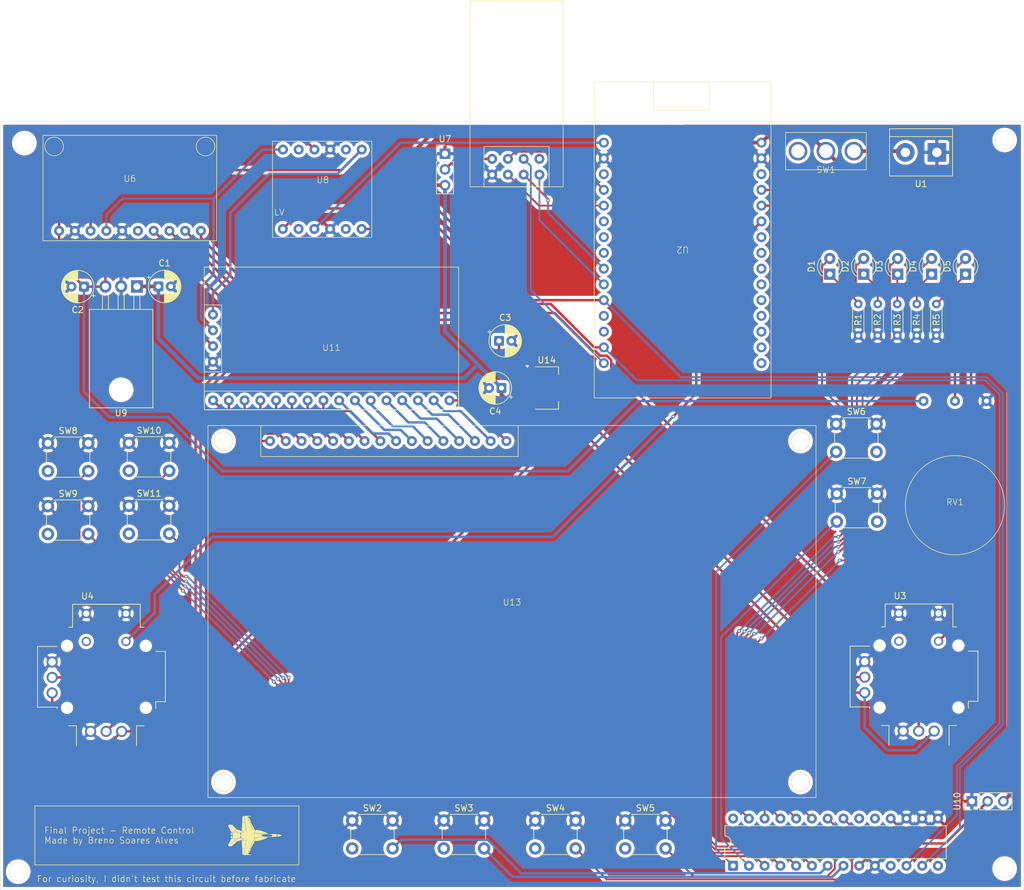
<source format=kicad_pcb>
(kicad_pcb (version 20241229) (generator "pcbnew") (generator_version "9.0")
  (layers (0 "F.Cu" signal) (2 "B.Cu" signal) (13 "F.Paste" user) (15 "B.Paste" user) (5 "F.SilkS" user "F.Silkscreen") (7 "B.SilkS" user "B.Silkscreen") (1 "F.Mask" user) (3 "B.Mask" user) (25 "Edge.Cuts" user))
  (net 0 "")
  (net 1 "GND")
  (net 2 "Net-(U11-VCC)")
  (net 3 "Net-(D1-A)")
  (net 4 "Net-(D1-K)")
  (net 5 "Net-(D2-K)")
  (net 6 "Net-(D2-A)")
  (net 7 "Net-(D3-K)")
  (net 8 "Net-(D3-A)")
  (net 9 "Net-(D4-K)")
  (net 10 "Net-(D4-A)")
  (net 11 "Net-(D5-A)")
  (net 12 "Net-(D5-K)")
  (net 13 "Net-(U2-GPIO12)")
  (net 14 "Net-(U1-VCC)")
  (net 15 "Net-(U12-GPB6)")
  (net 16 "Net-(U12-GPB7)")
  (net 17 "Net-(U12-GPA0)")
  (net 18 "Net-(U12-GPA1)")
  (net 19 "Net-(U12-GPB0)")
  (net 20 "Net-(U12-GPB1)")
  (net 21 "Net-(U12-GPB2)")
  (net 22 "Net-(U12-GPB3)")
  (net 23 "Net-(U12-GPB4)")
  (net 24 "Net-(U12-GPB5)")
  (net 26 "Net-(U2-3.3v)")
  (net 30 "Net-(U2-GPIO19)")
  (net 31 "Net-(U2-GPIO2)")
  (net 32 "Net-(U2-GPIO27)")
  (net 39 "Net-(U12-SCK)")
  (net 44 "Net-(U2-GPIO14)")
  (net 47 "Net-(U2-GPIO18)")
  (net 48 "Net-(U12-SDA)")
  (net 49 "Net-(U2-GPIO23)")
  (net 50 "Net-(U2-GPIO4)")
  (net 52 "Net-(U5-VCC)")
  (net 53 "Net-(U11-SCL)")
  (net 54 "Net-(U11-SDA)")
  (net 55 "Net-(U3-VX)")
  (net 56 "Net-(U4-VX)")
  (net 58 "Net-(U4-VY)")
  (net 59 "Net-(U3-VY)")
  (net 64 "Net-(U10-VO)")
  (net 65 "Net-(U11-D3)")
  (net 66 "Net-(U11-D0)")
  (net 67 "Net-(U11-D6)")
  (net 68 "Net-(U11-RW)")
  (net 69 "Net-(U11-A)")
  (net 70 "Net-(U11-RS)")
  (net 71 "Net-(U11-VDD)")
  (net 72 "Net-(U11-K)")
  (net 73 "Net-(U11-D2)")
  (net 74 "Net-(U11-V0)")
  (net 75 "Net-(U11-VSS)")
  (net 76 "Net-(U11-D4)")
  (net 77 "Net-(U11-E)")
  (net 78 "Net-(U11-D5)")
  (net 79 "Net-(U11-D1)")
  (net 80 "Net-(U11-D7)")
  (net 86 "Net-(U14-VO)")
  (footprint "Button_Switch_THT:SW_PUSH_6mm_H4.3mm" (layer "F.Cu") (at 130.1 150.25)
    (property "Reference" "SW3")
    (property "Value" "SW_Push_Dual")
  )
  (footprint "Button_Switch_THT:SW_PUSH_6mm_H4.3mm" (layer "F.Cu") (at 79.35 99.5)
    (property "Reference" "SW11")
    (property "Value" "SW_Push_Dual")
  )
  (footprint "Connector_PinHeader_2.54mm:PinHeader_1x03_P2.54mm_Vertical" (layer "F.Cu") (at 215.22 147.15 90)
    (property "Reference" "U10")
    (property "Value" "AMS1117-3.3")
  )
  (footprint "Package_TO_SOT_THT:TO-220-3_Horizontal_TabDown" (layer "F.Cu") (at 80.64 64.12 180)
    (property "Reference" "U9")
    (property "Value" "L7805")
  )
  (footprint "TerminalBlock:TerminalBlock_bornier-2_P5.08mm" (layer "F.Cu") (at 209.58 42.5 180)
    (property "Reference" "U1")
    (property "Value" "Battery")
  )
  (footprint "Button_Switch_THT:SW_PUSH_6mm_H4.3mm" (layer "F.Cu") (at 66.3 89.4)
    (property "Reference" "SW8")
    (property "Value" "SW_Push_Dual")
  )
  (footprint "airplane_foots:Potentiometer_PCB_Connector_3x5.08" (layer "F.Cu") (at 212.5 99.4)
    (property "Reference" "RV1")
    (property "Value" "10K")
  )
  (footprint "LED_THT:LED_D3.0mm" (layer "F.Cu") (at 192.32 62.15 90)
    (property "Reference" "D1")
    (property "Value" "LED")
  )
  (footprint "Resistor_THT:R_Axial_DIN0204_L3.6mm_D1.6mm_P5.08mm_Horizontal" (layer "F.Cu") (at 200.05 72.03 90)
    (property "Reference" "R2")
    (property "Value" "330")
  )
  (footprint "Button_Switch_THT:SW_PUSH_6mm_H4.3mm" (layer "F.Cu") (at 144.85 150.25)
    (property "Reference" "SW4")
    (property "Value" "SW_Push_Dual")
  )
  (footprint "Capacitor_THT:CP_Radial_D5.0mm_P2.00mm" (layer "F.Cu") (at 72.1 64.15 180)
    (property "Reference" "C2")
    (property "Value" "100uF")
  )
  (footprint "Button_Switch_THT:SW_PUSH_6mm_H4.3mm" (layer "F.Cu") (at 159.35 150.25)
    (property "Reference" "SW5")
    (property "Value" "SW_Push_Dual")
  )
  (footprint "airplane_foots:LCD_Display_20x4" (layer "F.Cu") (at 141.1 116.55)
    (property "Reference" "U13")
    (property "Value" "LCD_20x4")
  )
  (footprint "Capacitor_THT:CP_Radial_D5.0mm_P2.00mm" (layer "F.Cu") (at 139.4 80.5 180)
    (property "Reference" "C4")
    (property "Value" "10uF")
  )
  (footprint "Connector_PinHeader_2.54mm:PinHeader_1x03_P2.54mm_Vertical" (layer "F.Cu") (at 130.3 42.71)
    (property "Reference" "U7")
    (property "Value" "AMS1117-3.3")
  )
  (footprint "Button_Switch_THT:SW_PUSH_6mm_H4.3mm" (layer "F.Cu") (at 193.45 97.55)
    (property "Reference" "SW7")
    (property "Value" "SW_Push_Dual")
  )
  (footprint "Resistor_THT:R_Axial_DIN0204_L3.6mm_D1.6mm_P5.08mm_Horizontal" (layer "F.Cu") (at 206.35 72.03 90)
    (property "Reference" "R4")
    (property "Value" "330")
  )
  (footprint "Package_DIP:DIP-28_W7.62mm" (layer "F.Cu") (at 176.74 157.55 90)
    (property "Reference" "U12" (hide yes))
    (property "Value" "MCP23017_SP")
  )
  (footprint "LED_THT:LED_D3.0mm" (layer "F.Cu") (at 214.2 62.15 90)
    (property "Reference" "D5")
    (property "Value" "LED")
  )
  (footprint "Resistor_THT:R_Axial_DIN0204_L3.6mm_D1.6mm_P5.08mm_Horizontal" (layer "F.Cu") (at 203.2 72.03 90)
    (property "Reference" "R3")
    (property "Value" "330")
  )
  (footprint "airplane_foots:Joystick_Hall_Ginfull" (layer "F.Cu") (at 206.65 126.931281)
    (property "Reference" "U3")
    (property "Value" "Joystick_Hall")
  )
  (footprint "Button_Switch_THT:SW_PUSH_6mm_H4.3mm" (layer "F.Cu") (at 66.3 99.55)
    (property "Reference" "SW9")
    (property "Value" "SW_Push_Dual")
  )
  (footprint "Capacitor_THT:CP_Radial_D5.0mm_P2.00mm" (layer "F.Cu") (at 139 72.9)
    (property "Reference" "C3")
    (property "Value" "10uF")
  )
  (footprint "airplane_foots:Toggle_Switch" (layer "F.Cu") (at 191.7 42.3 90)
    (property "Reference" "SW1")
    (property "Value" "SW_Push")
  )
  (footprint "Capacitor_THT:CP_Radial_D5.0mm_P2.00mm" (layer "F.Cu") (at 84.1 64.12)
    (property "Reference" "C1")
    (property "Value" "100uF" (hide yes))
  )
  (footprint "airplane_foots:ADS1115" (layer "F.Cu") (at 79.5 48.25)
    (property "Reference" "U6")
    (property "Value" "ADS1115IDGS")
  )
  (footprint "LED_THT:LED_D3.0mm" (layer "F.Cu") (at 197.79 62.15 90)
    (property "Reference" "D2")
    (property "Value" "LED")
  )
  (footprint "Resistor_THT:R_Axial_DIN0204_L3.6mm_D1.6mm_P5.08mm_Horizontal" (layer "F.Cu") (at 196.9 72.03 90)
    (property "Reference" "R1")
    (property "Value" "330")
  )
  (footprint "airplane_foots:Level_Shifter" (layer "F.Cu") (at 110.5 48.45)
    (property "Reference" "U8")
    (property "Value" "Level_Shifter_Bidirectional")
  )
  (footprint "Button_Switch_THT:SW_PUSH_6mm_H4.3mm" (layer "F.Cu") (at 115.35 150.25)
    (property "Reference" "SW2")
    (property "Value" "SW_Push_Dual")
  )
  (footprint "airplane_foots:nRF24L01+" (layer "F.Cu") (at 141.84 33.05 90)
    (property "Reference" "U5" (hide yes))
    (property "Value" "nRF24L01+")
  )
  (footprint "LED_THT:LED_D3.0mm" (layer "F.Cu") (at 208.73 62.15 90)
    (property "Reference" "D4")
    (property "Value" "LED")
  )
  (footprint "airplane_foots:F18" (layer "F.Cu") (at 99.7 152.65 -90)
    (property "Reference" "G***" (hide yes))
    (property "Value" "LOGO" (hide yes))
  )
  (footprint "Button_Switch_THT:SW_PUSH_6mm_H4.3mm" (layer "F.Cu") (at 193.35 86.3)
    (property "Reference" "SW6")
    (property "Value" "SW_Push_Dual")
  )
  (footprint "Button_Switch_THT:SW_PUSH_6mm_H4.3mm" (layer "F.Cu") (at 79.35 89.35)
    (property "Reference" "SW10")
    (property "Value" "SW_Push_Dual")
  )
  (footprint "airplane_foots:ESP32_DevKit" (layer "F.Cu") (at 168.6 56.61 180)
    (property "Reference" "U2")
    (property "Value" "ESP32_DevKit")
  )
  (footprint "Resistor_THT:R_Axial_DIN0204_L3.6mm_D1.6mm_P5.08mm_Horizontal" (layer "F.Cu") (at 209.5 72.03 90)
    (property "Reference" "R5")
    (property "Value" "330")
  )
  (footprint "LED_THT:LED_D3.0mm" (layer "F.Cu") (at 203.26 62.15 90)
    (property "Reference" "D3")
    (property "Value" "LED")
  )
  (footprint "airplane_foots:Joystick_Hall_Ginfull" (layer "F.Cu") (at 75.68 126.9825)
    (property "Reference" "U4")
    (property "Value" "Joystick_Hall")
  )
  (footprint "airplane_foots:Serial_I2C_Module" (layer "F.Cu") (at 112 72.5 180)
    (property "Reference" "U11")
    (property "Value" "Serial_I2C_Module")
  )
  (footprint "Package_TO_SOT_SMD:SOT-223-3_TabPin2" (layer "F.Cu") (at 146.7 80.5)
    (property "Reference" "U14")
    (property "Value" "AMS1117-1.8")
  )
  (gr_rect (start 64.2 147.9) (end 106.75 157.4) (stroke (width 0.1)) (fill no) (layer "F.SilkS"))
  (gr_circle (center 94.6 144.05) (end 96.1 144.05) (stroke (width 0.05)) (fill no) (layer "Edge.Cuts"))
  (gr_circle (center 61.5 158.5) (end 63 158.5) (stroke (width 0.05)) (fill no) (layer "Edge.Cuts"))
  (gr_circle (center 187.6 89.05) (end 189.1 89.05) (stroke (width 0.05)) (fill no) (layer "Edge.Cuts"))
  (gr_rect (start 58.6 37.55) (end 223.6 161.45) (stroke (width 0.05)) (fill no) (layer "Edge.Cuts"))
  (gr_circle (center 220.5 40.5) (end 222 40.5) (stroke (width 0.05)) (fill no) (layer "Edge.Cuts"))
  (gr_circle (center 187.6 144.05) (end 189.1 144.05) (stroke (width 0.05)) (fill no) (layer "Edge.Cuts"))
  (gr_circle (center 220.5 158) (end 222 158) (stroke (width 0.05)) (fill no) (layer "Edge.Cuts"))
  (gr_circle (center 94.6 89.05) (end 96.1 89.05) (stroke (width 0.05)) (fill no) (layer "Edge.Cuts"))
  (gr_circle (center 62.5 41) (end 64 41) (stroke (width 0.05)) (fill no) (layer "Edge.Cuts"))
  (gr_text "Final Project - Remote Control\nMade by Breno Soares Alves" (at 65.65 152.65 0) (layer "F.SilkS") (effects (font (size 1 1) (thickness 0.1)) (justify left)))
  (gr_text "For curiosity, I didn't test this circuit before fabricate" (at 64.45 160.25 0) (layer "F.SilkS") (effects (font (size 1 1) (thickness 0.1)) (justify left bottom)))
  (segment (start 72.1 64.15) (end 75.53 64.15) (width 0.4) (layer "F.Cu") (net 2))
  (segment (start 81.2 39.45) (end 106.66 39.45) (width 0.4) (layer "F.Cu") (net 2))
  (segment (start 89 69.84) (end 89 63.3) (width 0.4) (layer "F.Cu") (net 2))
  (segment (start 106.66 39.45) (end 109.26 42.05) (width 0.4) (layer "F.Cu") (net 2))
  (segment (start 77.5 60.4) (end 75.56 62.34) (width 0.4) (layer "F.Cu") (net 2))
  (segment (start 68.1 60.15) (end 72.1 64.15) (width 0.4) (layer "F.Cu") (net 2))
  (segment (start 68.1 55.15) (end 68.1 60.15) (width 0.4) (layer "F.Cu") (net 2))
  (segment (start 75.56 62.34) (end 75.56 64.12) (width 0.4) (layer "F.Cu") (net 2))
  (segment (start 68.1 55.15) (end 68.1 52.55) (width 0.4) (layer "F.Cu") (net 2))
  (segment (start 89 63.3) (end 86.1 60.4) (width 0.4) (layer "F.Cu") (net 2))
  (segment (start 68.1 52.55) (end 81.2 39.45) (width 0.4) (layer "F.Cu") (net 2))
  (segment (start 75.53 64.15) (end 75.56 64.12) (width 0.4) (layer "F.Cu") (net 2))
  (segment (start 92.9 73.74) (end 89 69.84) (width 0.4) (layer "F.Cu") (net 2))
  (segment (start 72.1 64.15) (end 72.1 63.75) (width 0.4) (layer "F.Cu") (net 2))
  (segment (start 86.1 60.4) (end 77.5 60.4) (width 0.4) (layer "F.Cu") (net 2))
  (segment (start 85.7 85.2) (end 76.2 85.2) (width 0.4) (layer "B.Cu") (net 2))
  (segment (start 150.1 93.9) (end 94.4 93.9) (width 0.4) (layer "B.Cu") (net 2))
  (segment (start 207.42 82.6) (end 161.4 82.6) (width 0.4) (layer "B.Cu") (net 2))
  (segment (start 76.2 85.2) (end 72.1 81.1) (width 0.4) (layer "B.Cu") (net 2))
  (segment (start 161.4 82.6) (end 150.1 93.9) (width 0.4) (layer "B.Cu") (net 2))
  (segment (start 72.1 81.1) (end 72.1 64.15) (width 0.4) (layer "B.Cu") (net 2))
  (segment (start 94.4 93.9) (end 85.7 85.2) (width 0.4) (layer "B.Cu") (net 2))
  (segment (start 179.28 149.93) (end 177.4 148.05) (width 0.3) (layer "F.Cu") (net 3))
  (segment (start 191.069 80.619) (end 195.1 84.65) (width 0.3) (layer "F.Cu") (net 3))
  (segment (start 177.4 120) (end 177.7 119.7) (width 0.3) (layer "F.Cu") (net 3))
  (segment (start 193.7 104.5) (end 193.85 104.5) (width 0.3) (layer "F.Cu") (net 3))
  (segment (start 177.4 148.05) (end 177.4 120.95) (width 0.3) (layer "F.Cu") (net 3))
  (segment (start 195.1 84.65) (end 195.1 103.25) (width 0.3) (layer "F.Cu") (net 3))
  (segment (start 191.069 60.861) (end 191.069 80.619) (width 0.3) (layer "F.Cu") (net 3))
  (segment (start 192.32 59.61) (end 191.069 60.861) (width 0.3) (layer "F.Cu") (net 3))
  (segment (start 177.4 120.95) (end 177.4 120) (width 0.3) (layer "F.Cu") (net 3))
  (segment (start 193.85 104.5) (end 195.1 103.25) (width 0.3) (layer "F.Cu") (net 3))
  (via (at 177.7 119.7) (size 0.6) (drill 0.3) (layers "F.Cu" "B.Cu") (net 3))
  (via (at 193.7 104.5) (size 0.6) (drill 0.3) (layers "F.Cu" "B.Cu") (net 3))
  (segment (start 192.9 104.5) (end 193.7 104.5) (width 0.3) (layer "B.Cu") (net 3))
  (segment (start 177.7 119.7) (end 192.9 104.5) (width 0.3) (layer "B.Cu") (net 3))
  (segment (start 196.9 66.73) (end 192.32 62.15) (width 0.3) (layer "F.Cu") (net 4))
  (segment (start 196.9 66.95) (end 196.9 66.73) (width 0.3) (layer "F.Cu") (net 4))
  (segment (start 200.05 64.41) (end 197.79 62.15) (width 0.3) (layer "F.Cu") (net 5))
  (segment (start 200.05 66.95) (end 200.05 64.41) (width 0.3) (layer "F.Cu") (net 5))
  (segment (start 196.539 63.989) (end 196.539 60.861) (width 0.3) (layer "F.Cu") (net 6))
  (segment (start 177.901 144.45) (end 181.82 148.369) (width 0.3) (layer "F.Cu") (net 6))
  (segment (start 195.9 103.3) (end 195.9 79.05) (width 0.3) (layer "F.Cu") (net 6))
  (segment (start 198.4 76.55) (end 198.4 65.85) (width 0.3) (layer "F.Cu") (net 6))
  (segment (start 181.82 148.369) (end 181.82 149.93) (width 0.3) (layer "F.Cu") (net 6))
  (segment (start 195.9 79.05) (end 198.4 76.55) (width 0.3) (layer "F.Cu") (net 6))
  (segment (start 178.447017 119.872223) (end 178.447017 119.952983) (width 0.3) (layer "F.Cu") (net 6))
  (segment (start 196.539 60.861) (end 197.79 59.61) (width 0.3) (layer "F.Cu") (net 6))
  (segment (start 193.9 105.3) (end 195.9 103.3) (width 0.3) (layer "F.Cu") (net 6))
  (segment (start 198.4 65.85) (end 196.539 63.989) (width 0.3) (layer "F.Cu") (net 6))
  (segment (start 178.55962 119.75962) (end 178.447017 119.872223) (width 0.3) (layer "F.Cu") (net 6))
  (segment (start 177.901 120.499) (end 177.901 144.45) (width 0.3) (layer "F.Cu") (net 6))
  (segment (start 193.7 105.3) (end 193.9 105.3) (width 0.3) (layer "F.Cu") (net 6))
  (segment (start 178.447017 119.952983) (end 177.901 120.499) (width 0.3) (layer "F.Cu") (net 6))
  (via (at 193.7 105.3) (size 0.6) (drill 0.3) (layers "F.Cu" "B.Cu") (net 6))
  (via (at 178.55962 119.75962) (size 0.6) (drill 0.3) (layers "F.Cu" "B.Cu") (net 6))
  (segment (start 178.64038 119.75962) (end 193.1 105.3) (width 0.3) (layer "B.Cu") (net 6))
  (segment (start 178.55962 119.75962) (end 178.64038 119.75962) (width 0.3) (layer "B.Cu") (net 6))
  (segment (start 193.1 105.3) (end 193.7 105.3) (width 0.3) (layer "B.Cu") (net 6))
  (segment (start 203.2 66.95) (end 203.2 62.21) (width 0.3) (layer "F.Cu") (net 7))
  (segment (start 203.2 62.21) (end 203.26 62.15) (width 0.3) (layer "F.Cu") (net 7))
  (segment (start 196.7 103.220654) (end 196.7 79.951) (width 0.3) (layer "F.Cu") (net 8))
  (segment (start 193.820651 106.100003) (end 196.7 103.220654) (width 0.3) (layer "F.Cu") (net 8))
  (segment (start 184.36 149.93) (end 178.402 143.972) (width 0.3) (layer "F.Cu") (net 8))
  (segment (start 202.009 60.861) (end 203.26 59.61) (width 0.3) (layer "F.Cu") (net 8))
  (segment (start 193.7 106.100003) (end 193.820651 106.100003) (width 0.3) (layer "F.Cu") (net 8))
  (segment (start 178.402 143.972) (end 178.402 121.365041) (width 0.3) (layer "F.Cu") (net 8))
  (segment (start 178.402 121.365041) (end 178.402 120.917239) (width 0.3) (layer "F.Cu") (net 8))
  (segment (start 178.402 120.917239) (end 179.345587 119.973652) (width 0.3) (layer "F.Cu") (net 8))
  (segment (start 202.009 74.642) (end 202.009 60.861) (width 0.3) (layer "F.Cu") (net 8))
  (segment (start 196.7 79.951) (end 202.009 74.642) (width 0.3) (layer "F.Cu") (net 8))
  (via (at 193.7 106.100003) (size 0.6) (drill 0.3) (layers "F.Cu" "B.Cu") (net 8))
  (via (at 179.345587 119.973652) (size 0.6) (drill 0.3) (layers "F.Cu" "B.Cu") (net 8))
  (segment (start 193.219236 106.100003) (end 193.7 106.100003) (width 0.3) (layer "B.Cu") (net 8))
  (segment (start 179.345587 119.973652) (end 193.219236 106.100003) (width 0.3) (layer "B.Cu") (net 8))
  (segment (start 206.35 64.53) (end 208.73 62.15) (width 0.3) (layer "F.Cu") (net 9))
  (segment (start 206.35 66.95) (end 206.35 64.53) (width 0.3) (layer "F.Cu") (net 9))
  (segment (start 178.903 121.572562) (end 178.903 121.350392) (width 0.3) (layer "F.Cu") (net 10))
  (segment (start 204.8 63.54) (end 208.73 59.61) (width 0.3) (layer "F.Cu") (net 10))
  (segment (start 178.903 141.933) (end 178.903 121.572562) (width 0.3) (layer "F.Cu") (net 10))
  (segment (start 197.6 80.853) (end 204.8 73.653) (width 0.3) (layer "F.Cu") (net 10))
  (segment (start 193.7 106.900006) (end 193.899994 106.900006) (width 0.3) (layer "F.Cu") (net 10))
  (segment (start 197.6 103.2) (end 197.6 80.853) (width 0.3) (layer "F.Cu") (net 10))
  (segment (start 186.9 149.93) (end 178.903 141.933) (width 0.3) (layer "F.Cu") (net 10))
  (segment (start 204.8 73.653) (end 204.8 63.54) (width 0.3) (layer "F.Cu") (net 10))
  (segment (start 178.903 121.350392) (end 180.13179 120.121602) (width 0.3) (layer "F.Cu") (net 10))
  (segment (start 193.899994 106.900006) (end 197.6 103.2) (width 0.3) (layer "F.Cu") (net 10))
  (via (at 193.7 106.900006) (size 0.6) (drill 0.3) (layers "F.Cu" "B.Cu") (net 10))
  (via (at 180.13179 120.121602) (size 0.6) (drill 0.3) (layers "F.Cu" "B.Cu") (net 10))
  (segment (start 180.13179 120.121602) (end 180.478404 120.121602) (width 0.3) (layer "B.Cu") (net 10))
  (segment (start 180.478404 120.121602) (end 193.7 106.900006) (width 0.3) (layer "B.Cu") (net 10))
  (segment (start 180.4 121.8) (end 181.3 120.9) (width 0.3) (layer "F.Cu") (net 11))
  (segment (start 208 65.81) (end 208 73.45) (width 0.3) (layer "F.Cu") (net 11))
  (segment (start 195.05 108.3) (end 198.3 105.05) (width 0.3) (layer "F.Cu") (net 11))
  (segment (start 180.4 122.85) (end 180.4 140.89) (width 0.3) (layer "F.Cu") (net 11))
  (segment (start 180.4 140.89) (end 189.44 149.93) (width 0.3) (layer "F.Cu") (net 11))
  (segment (start 208 73.45) (end 198.3 83.15) (width 0.3) (layer "F.Cu") (net 11))
  (segment (start 198.3 83.15) (end 198.3 105.05) (width 0.3) (layer "F.Cu") (net 11))
  (segment (start 180.4 122.85) (end 180.4 121.8) (width 0.3) (layer "F.Cu") (net 11))
  (segment (start 214.2 59.61) (end 208 65.81) (width 0.3) (layer "F.Cu") (net 11))
  (segment (start 193.9 108.3) (end 195.05 108.3) (width 0.3) (layer "F.Cu") (net 11))
  (via (at 193.9 108.3) (size 0.6) (drill 0.3) (layers "F.Cu" "B.Cu") (net 11))
  (via (at 181.3 120.9) (size 0.6) (drill 0.3) (layers "F.Cu" "B.Cu") (net 11))
  (segment (start 181.4 120.9) (end 193.9 108.4) (width 0.3) (layer "B.Cu") (net 11))
  (segment (start 181.3 120.9) (end 181.4 120.9) (width 0.3) (layer "B.Cu") (net 11))
  (segment (start 193.9 108.4) (end 193.9 108.3) (width 0.3) (layer "B.Cu") (net 11))
  (segment (start 214.2 62.25) (end 214.2 62.15) (width 0.3) (layer "F.Cu") (net 12))
  (segment (start 209.5 66.95) (end 214.2 62.25) (width 0.3) (layer "F.Cu") (net 12))
  (segment (start 218.3 66.1) (end 218.3 56.5) (width 0.4) (layer "F.Cu") (net 13))
  (segment (start 215.7 53.9) (end 200.8 53.9) (width 0.4) (layer "F.Cu") (net 13))
  (segment (start 215.1 69.3) (end 218.3 66.1) (width 0.4) (layer "F.Cu") (net 13))
  (segment (start 200.8 53.9) (end 195.45 48.55) (width 0.4) (layer "F.Cu") (net 13))
  (segment (start 218.3 56.5) (end 215.7 53.9) (width 0.4) (layer "F.Cu") (net 13))
  (segment (start 195.45 48.55) (end 181.3 48.55) (width 0.4) (layer "F.Cu") (net 13))
  (segment (start 215.1 116.07862) (end 215.1 69.3) (width 0.4) (layer "F.Cu") (net 13))
  (segment (start 209.85 121.32862) (end 215.1 116.07862) (width 0.4) (layer "F.Cu") (net 13))
  (segment (start 170.28 40.93) (end 168.2 38.85) (width 0.6) (layer "F.Cu") (net 14))
  (segment (start 207.8 51.25) (end 208.3 51.25) (width 0.6) (layer "F.Cu") (net 14))
  (segment (start 188.9 39.5) (end 191.7 42.3) (width 0.6) (layer "F.Cu") (net 14))
  (segment (start 181.3 40.93) (end 182.73 39.5) (width 0.6) (layer "F.Cu") (net 14))
  (segment (start 139.4 81.6) (end 140.6 82.8) (width 0.6) (layer "F.Cu") (net 14))
  (segment (start 80.64 64.12) (end 84.1 64.12) (width 0.6) (layer "F.Cu") (net 14))
  (segment (start 191.7 42.3) (end 200.65 51.25) (width 0.6) (layer "F.Cu") (net 14))
  (segment (start 196.2 42.3) (end 204.3 42.3) (width 0.6) (layer "F.Cu") (net 14))
  (segment (start 139.4 80.5) (end 139.4 81.6) (width 0.6) (layer "F.Cu") (net 14))
  (segment (start 208.3 51.25) (end 216.25 51.25) (width 0.6) (layer "F.Cu") (net 14))
  (segment (start 140.6 82.8) (end 143.55 82.8) (width 0.6) (layer "F.Cu") (net 14))
  (segment (start 196.4 42.5) (end 196.2 42.3) (width 0.6) (layer "F.Cu") (net 14))
  (segment (start 216.25 51.25) (end 221.6 56.6) (width 0.6) (layer "F.Cu") (net 14))
  (segment (start 125.8 41.85) (end 125.8 47.79) (width 0.6) (layer "F.Cu") (net 14))
  (segment (start 182.73 39.5) (end 188.9 39.5) (width 0.6) (layer "F.Cu") (net 14))
  (segment (start 200.65 51.25) (end 208.3 51.25) (width 0.6) (layer "F.Cu") (net 14))
  (segment (start 221.6 56.6) (end 221.6 145.85) (width 0.6) (layer "F.Cu") (net 14))
  (segment (start 221.6 145.85) (end 220.3 147.15) (width 0.6) (layer "F.Cu") (net 14))
  (segment (start 204.3 42.3) (end 204.5 42.5) (width 0.6) (layer "F.Cu") (net 14))
  (segment (start 130.3 47.79) (end 125.8 47.79) (width 0.6) (layer "F.Cu") (net 14))
  (segment (start 168.2 38.85) (end 128.8 38.85) (width 0.6) (layer "F.Cu") (net 14))
  (segment (start 128.8 38.85) (end 125.8 41.85) (width 0.6) (layer "F.Cu") (net 14))
  (segment (start 207.8 51.25) (end 200.65 51.25) (width 0.4) (layer "F.Cu") (net 14))
  (segment (start 181.3 40.93) (end 170.28 40.93) (width 0.6) (layer "F.Cu") (net 14))
  (segment (start 90.5 78.9) (end 133.4 78.9) (width 0.6) (layer "B.Cu") (net 14))
  (segment (start 130.3 47.79) (end 130.3 71.4) (width 0.6) (layer "B.Cu") (net 14))
  (segment (start 133.4 78.9) (end 135.6 76.7) (width 0.6) (layer "B.Cu") (net 14))
  (segment (start 84.1 64.12) (end 84.1 72.5) (width 0.6) (layer "B.Cu") (net 14))
  (segment (start 130.3 71.4) (end 135.6 76.7) (width 0.6) (layer "B.Cu") (net 14))
  (segment (start 135.6 76.7) (end 139.4 80.5) (width 0.6) (layer "B.Cu") (net 14))
  (segment (start 84.1 72.5) (end 90.5 78.9) (width 0.6) (layer "B.Cu") (net 14))
  (segment (start 142.581314 158.75) (end 190.78 158.75) (width 0.4) (layer "B.Cu") (net 15))
  (segment (start 190.78 158.75) (end 191.98 157.55) (width 0.4) (layer "B.Cu") (net 15))
  (segment (start 121.85 154.75) (end 123.251 153.349) (width 0.4) (layer "B.Cu") (net 15))
  (segment (start 137.180314 153.349) (end 142.581314 158.75) (width 0.4) (layer "B.Cu") (net 15))
  (segment (start 123.251 153.349) (end 137.180314 153.349) (width 0.4) (layer "B.Cu") (net 15))
  (segment (start 141.2 159.35) (end 192.72 159.35) (width 0.4) (layer "B.Cu") (net 16))
  (segment (start 136.6 154.75) (end 141.2 159.35) (width 0.4) (layer "B.Cu") (net 16))
  (segment (start 192.72 159.35) (end 194.52 157.55) (width 0.4) (layer "B.Cu") (net 16))
  (segment (start 194.8 159.75) (end 195.9 158.65) (width 0.3) (layer "F.Cu") (net 17))
  (segment (start 195.9 158.65) (end 195.9 151.31) (width 0.3) (layer "F.Cu") (net 17))
  (segment (start 156.35 159.75) (end 194.8 159.75) (width 0.3) (layer "F.Cu") (net 17))
  (segment (start 151.35 154.75) (end 156.35 159.75) (width 0.3) (layer "F.Cu") (net 17))
  (segment (start 195.9 151.31) (end 194.52 149.93) (width 0.3) (layer "F.Cu") (net 17))
  (segment (start 193.131 158.02676) (end 193.131 151.081) (width 0.3) (layer "F.Cu") (net 18))
  (segment (start 170.349 159.249) (end 191.90876 159.249) (width 0.3) (layer "F.Cu") (net 18))
  (segment (start 191.90876 159.249) (end 193.131 158.02676) (width 0.3) (layer "F.Cu") (net 18))
  (segment (start 193.131 151.081) (end 191.98 149.93) (width 0.3) (layer "F.Cu") (net 18))
  (segment (start 165.85 154.75) (end 170.349 159.249) (width 0.3) (layer "F.Cu") (net 18))
  (segment (start 173.999997 151.85) (end 173.999997 154.809997) (width 0.3) (layer "B.Cu") (net 19))
  (segment (start 193.35 90.8) (end 173.999997 110.150003) (width 0.3) (layer "B.Cu") (net 19))
  (segment (start 173.999997 154.809997) (end 176.74 157.55) (width 0.3) (layer "B.Cu") (net 19))
  (segment (start 173.999997 110.150003) (end 173.999997 151.85) (width 0.3) (layer "B.Cu") (net 19))
  (segment (start 174.8 120.7) (end 193.45 102.05) (width 0.3) (layer "B.Cu") (net 20))
  (segment (start 174.8 151.85) (end 174.8 153.07) (width 0.3) (layer "B.Cu") (net 20))
  (segment (start 174.8 153.07) (end 179.28 157.55) (width 0.3) (layer "B.Cu") (net 20))
  (segment (start 174.8 151.85) (end 174.8 120.7) (width 0.3) (layer "B.Cu") (net 20))
  (segment (start 84.7 109.85) (end 74.8 109.85) (width 0.3) (layer "F.Cu") (net 21))
  (segment (start 103.6 137.25) (end 112.2 145.85) (width 0.3) (layer "F.Cu") (net 21))
  (segment (start 85.181312 110.331312) (end 84.7 109.85) (width 0.3) (layer "F.Cu") (net 21))
  (segment (start 85.2 110.331312) (end 85.181312 110.331312) (width 0.3) (layer "F.Cu") (net 21))
  (segment (start 71.399 106.449) (end 71.399 95.301) (width 0.3) (layer "F.Cu") (net 21))
  (segment (start 163.360603 145.85) (end 173.5 155.989397) (width 0.3) (layer "F.Cu") (net 21))
  (segment (start 173.5 155.989397) (end 180.259397 155.989397) (width 0.3) (layer "F.Cu") (net 21))
  (segment (start 88.063261 113.194573) (end 85.2 110.331312) (width 0.3) (layer "F.Cu") (net 21))
  (segment (start 112.2 145.85) (end 163.360603 145.85) (width 0.3) (layer "F.Cu") (net 21))
  (segment (start 180.259397 155.989397) (end 181.82 157.55) (width 0.3) (layer "F.Cu") (net 21))
  (segment (start 74.8 109.85) (end 71.399 106.449) (width 0.3) (layer "F.Cu") (net 21))
  (segment (start 71.399 95.301) (end 72.8 93.9) (width 0.3) (layer "F.Cu") (net 21))
  (segment (start 103.405799 128.55) (end 102.703475 127.847676) (width 0.3) (layer "F.Cu") (net 21))
  (segment (start 103.6 128.55) (end 103.6 137.25) (width 0.3) (layer "F.Cu") (net 21))
  (segment (start 103.6 128.55) (end 103.405799 128.55) (width 0.3) (layer "F.Cu") (net 21))
  (via (at 102.703475 127.847676) (size 0.6) (drill 0.3) (layers "F.Cu" "B.Cu") (net 21))
  (via (at 88.063261 113.194573) (size 0.6) (drill 0.3) (layers "F.Cu" "B.Cu") (net 21))
  (segment (start 102.703475 127.847676) (end 102.703475 127.834787) (width 0.3) (layer "B.Cu") (net 21))
  (segment (start 102.703475 127.834787) (end 88.063261 113.194573) (width 0.3) (layer "B.Cu") (net 21))
  (segment (start 104.101 128.131012) (end 103.358796 127.388808) (width 0.3) (layer "F.Cu") (net 22))
  (segment (start 85.107521 109.349) (end 78.099 109.349) (width 0.3) (layer "F.Cu") (net 22))
  (segment (start 163.568123 145.349) (end 112.40752 145.349) (width 0.3) (layer "F.Cu") (net 22))
  (segment (start 173.669123 155.45) (end 163.568123 145.349) (width 0.3) (layer "F.Cu") (net 22))
  (segment (start 88.242691 112.48417) (end 85.107521 109.349) (width 0.3) (layer "F.Cu") (net 22))
  (segment (start 184.36 157.55) (end 182.26 155.45) (width 0.3) (layer "F.Cu") (net 22))
  (segment (start 78.099 109.349) (end 72.8 104.05) (width 0.3) (layer "F.Cu") (net 22))
  (segment (start 88.431135 112.48417) (end 88.242691 112.48417) (width 0.3) (layer "F.Cu") (net 22))
  (segment (start 112.40752 145.349) (end 104.101 137.04248) (width 0.3) (layer "F.Cu") (net 22))
  (segment (start 182.26 155.45) (end 173.669123 155.45) (width 0.3) (layer "F.Cu") (net 22))
  (segment (start 104.101 137.04248) (end 104.101 128.342479) (width 0.3) (layer "F.Cu") (net 22))
  (segment (start 104.101 128.342479) (end 104.101 128.131012) (width 0.3) (layer "F.Cu") (net 22))
  (via (at 88.431135 112.48417) (size 0.6) (drill 0.3) (layers "F.Cu" "B.Cu") (net 22))
  (via (at 103.358796 127.388808) (size 0.6) (drill 0.3) (layers "F.Cu" "B.Cu") (net 22))
  (segment (start 103.358796 127.388808) (end 88.454158 112.48417) (width 0.3) (layer "B.Cu") (net 22))
  (segment (start 88.454158 112.48417) (end 88.431135 112.48417) (width 0.3) (layer "B.Cu") (net 22))
  (segment (start 184.9 155.55) (end 186.9 157.55) (width 0.3) (layer "F.Cu") (net 23))
  (segment (start 184.299 154.949) (end 184.9 155.55) (width 0.3) (layer "F.Cu") (net 23))
  (segment (start 88.589156 111.699929) (end 88.16697 111.699929) (width 0.3) (layer "F.Cu") (net 23))
  (segment (start 85.85 93.85) (end 82.35 97.35) (width 0.3) (layer "F.Cu") (net 23))
  (segment (start 82.675 97.025) (end 82.35 97.35) (width 0.3) (layer "F.Cu") (net 23))
  (segment (start 82.35 97.35) (end 82.35 107.3) (width 0.3) (layer "F.Cu") (net 23))
  (segment (start 85.85 93.85) (end 82.675 97.025) (width 0.3) (layer "F.Cu") (net 23))
  (segment (start 104.602 136.83496) (end 112.61504 144.848) (width 0.3) (layer "F.Cu") (net 23))
  (segment (start 104.602 128.134958) (end 104.602 136.83496) (width 0.3) (layer "F.Cu") (net 23))
  (segment (start 163.775644 144.848) (end 173.876643 154.949) (width 0.3) (layer "F.Cu") (net 23))
  (segment (start 173.876643 154.949) (end 184.299 154.949) (width 0.3) (layer "F.Cu") (net 23))
  (segment (start 112.61504 144.848) (end 163.775644 144.848) (width 0.3) (layer "F.Cu") (net 23))
  (segment (start 88.16697 111.699929) (end 85.315041 108.848) (width 0.3) (layer "F.Cu") (net 23))
  (segment (start 83.898 108.848) (end 85.315041 108.848) (width 0.3) (layer "F.Cu") (net 23))
  (segment (start 82.35 107.3) (end 83.898 108.848) (width 0.3) (layer "F.Cu") (net 23))
  (segment (start 104.602 127.62124) (end 104.24038 127.25962) (width 0.3) (layer "F.Cu") (net 23))
  (segment (start 104.602 128.134958) (end 104.602 127.62124) (width 0.3) (layer "F.Cu") (net 23))
  (via (at 104.24038 127.25962) (size 0.6) (drill 0.3) (layers "F.Cu" "B.Cu") (net 23))
  (via (at 88.589156 111.699929) (size 0.6) (drill 0.3) (layers "F.Cu" "B.Cu") (net 23))
  (segment (start 104.24038 127.25962) (end 104.148847 127.25962) (width 0.3) (layer "B.Cu") (net 23))
  (segment (start 104.148847 127.25962) (end 88.589156 111.699929) (width 0.3) (layer "B.Cu") (net 23))
  (segment (start 88.6 110.9) (end 88.075562 110.9) (width 0.3) (layer "F.Cu") (net 24))
  (segment (start 112.82256 144.347) (end 105.103 136.62744) (width 0.3) (layer "F.Cu") (net 24))
  (segment (start 87.5 110.324438) (end 87.5 105.65) (width 0.3) (layer "F.Cu") (net 24))
  (segment (start 163.983165 144.347) (end 112.82256 144.347) (width 0.3) (layer "F.Cu") (net 24))
  (segment (start 105.103 127.927437) (end 105.103 127.203) (width 0.3) (layer "F.Cu") (net 24))
  (segment (start 88.075562 110.9) (end 87.5 110.324438) (width 0.3) (layer "F.Cu") (net 24))
  (segment (start 189.44 157.55) (end 186.338 154.448) (width 0.3) (layer "F.Cu") (net 24))
  (segment (start 87.5 105.65) (end 85.85 104) (width 0.3) (layer "F.Cu") (net 24))
  (segment (start 105.103 136.62744) (end 105.103 127.927437) (width 0.3) (layer "F.Cu") (net 24))
  (segment (start 174.084163 154.448) (end 163.983165 144.347) (width 0.3) (layer "F.Cu") (net 24))
  (segment (start 105.103 127.203) (end 105.1 127.2) (width 0.3) (layer "F.Cu") (net 24))
  (segment (start 186.338 154.448) (end 174.084163 154.448) (width 0.3) (layer "F.Cu") (net 24))
  (via (at 88.6 110.9) (size 0.6) (drill 0.3) (layers "F.Cu" "B.Cu") (net 24))
  (via (at 105.1 127.2) (size 0.6) (drill 0.3) (layers "F.Cu" "B.Cu") (net 24))
  (segment (start 88.8 110.9) (end 88.6 110.9) (width 0.3) (layer "B.Cu") (net 24))
  (segment (start 105.1 127.2) (end 88.8 110.9) (width 0.3) (layer "B.Cu") (net 24))
  (segment (start 123.16 40.93) (end 155.9 40.93) (width 0.4) (layer "B.Cu") (net 26))
  (segment (start 109.24 54.85) (end 123.16 40.93) (width 0.4) (layer "B.Cu") (net 26))
  (segment (start 145.52 53.41) (end 155.9 63.79) (width 0.3) (layer "B.Cu") (net 30))
  (segment (start 145.52 46.09) (end 145.52 53.41) (width 0.3) (layer "B.Cu") (net 30))
  (segment (start 141.591 42.399) (end 149.749 42.399) (width 0.3) (layer "F.Cu") (net 31))
  (segment (start 140.44 43.55) (end 141.591 42.399) (width 0.3) (layer "F.Cu") (net 31))
  (segment (start 149.749 42.399) (end 155.9 48.55) (width 0.3) (layer "F.Cu") (net 31))
  (segment (start 170.8 64.13) (end 181.3 53.63) (width 0.4) (layer "F.Cu") (net 32))
  (segment (start 170.8 81.4) (end 170.8 64.13) (width 0.4) (layer "F.Cu") (net 32))
  (segment (start 167.1 85.1) (end 170.8 81.4) (width 0.4) (layer "F.Cu") (net 32))
  (via (at 167.1 85.1) (size 0.6) (drill 0.3) (layers "F.Cu" "B.Cu") (net 32))
  (segment (start 83.5 116.759839) (end 78.88 121.379839) (width 0.4) (layer "B.Cu") (net 32))
  (segment (start 92.8 104.5) (end 83.5 113.8) (width 0.4) (layer "B.Cu") (net 32))
  (segment (start 147.7 104.5) (end 92.8 104.5) (width 0.4) (layer "B.Cu") (net 32))
  (segment (start 167.1 85.1) (end 147.7 104.5) (width 0.4) (layer "B.Cu") (net 32))
  (segment (start 83.5 113.8) (end 83.5 116.759839) (width 0.4) (layer "B.Cu") (net 32))
  (segment (start 154.35 73.95) (end 155.9 73.95) (width 0.4) (layer "F.Cu") (net 39))
  (segment (start 116.86 54.85) (end 129.45 54.85) (width 0.4) (layer "F.Cu") (net 39))
  (segment (start 141.531 66.931) (end 147.331 66.931) (width 0.4) (layer "F.Cu") (net 39))
  (segment (start 147.331 66.931) (end 154.35 73.95) (width 0.4) (layer "F.Cu") (net 39))
  (segment (start 129.45 54.85) (end 141.531 66.931) (width 0.4) (layer "F.Cu") (net 39))
  (segment (start 219.7 81.55852) (end 217.39248 79.251) (width 0.3) (layer "B.Cu") (net 39))
  (segment (start 161.201 79.251) (end 155.9 73.95) (width 0.3) (layer "B.Cu") (net 39))
  (segment (start 212.799 149.431) (end 212.799 141.542479) (width 0.3) (layer "B.Cu") (net 39))
  (segment (start 219.7 134.641479) (end 219.7 81.55852) (width 0.3) (layer "B.Cu") (net 39))
  (segment (start 217.39248 79.251) (end 161.201 79.251) (width 0.3) (layer "B.Cu") (net 39))
  (segment (start 212.799 141.542479) (end 219.7 134.641479) (width 0.3) (layer "B.Cu") (net 39))
  (segment (start 204.68 157.55) (end 212.799 149.431) (width 0.3) (layer "B.Cu") (net 39))
  (segment (start 216.8 64.6) (end 216.8 58) (width 0.4) (layer "F.Cu") (net 44))
  (segment (start 212.5 82.6) (end 212.5 68.9) (width 0.4) (layer "F.Cu") (net 44))
  (segment (start 200.4 55.5) (end 195.99 51.09) (width 0.4) (layer "F.Cu") (net 44))
  (segment (start 216.8 58) (end 214.3 55.5) (width 0.4) (layer "F.Cu") (net 44))
  (segment (start 212.5 68.9) (end 216.8 64.6) (width 0.4) (layer "F.Cu") (net 44))
  (segment (start 195.99 51.09) (end 181.3 51.09) (width 0.4) (layer "F.Cu") (net 44))
  (segment (start 214.3 55.5) (end 200.4 55.5) (width 0.4) (layer "F.Cu") (net 44))
  (segment (start 146.9 50.01) (end 146.9 50.25) (width 0.3) (layer "F.Cu") (net 47))
  (segment (start 142.98 46.09) (end 146.9 50.01) (width 0.3) (layer "F.Cu") (net 47))
  (via (at 146.9 50.25) (size 0.6) (drill 0.3) (layers "F.Cu" "B.Cu") (net 47))
  (segment (start 146.9 50.25) (end 146.9 52.25) (width 0.3) (layer "B.Cu") (net 47))
  (segment (start 146.9 52.25) (end 155.9 61.25) (width 0.3) (layer "B.Cu") (net 47))
  (segment (start 143.78 66.33) (end 155.9 66.33) (width 0.4) (layer "F.Cu") (net 48))
  (segment (start 107.46 51.55) (end 129 51.55) (width 0.4) (layer "F.Cu") (net 48))
  (segment (start 129 51.55) (end 143.78 66.33) (width 0.4) (layer "F.Cu") (net 48))
  (segment (start 104.16 54.85) (end 107.46 51.55) (width 0.4) (layer "F.Cu") (net 48))
  (segment (start 168.32 78.75) (end 155.9 66.33) (width 0.3) (layer "B.Cu") (net 48))
  (segment (start 213.3 141.75) (end 220.201 134.848999) (width 0.3) (layer "B.Cu") (net 48))
  (segment (start 217.6 78.75) (end 168.32 78.75) (width 0.3) (layer "B.Cu") (net 48))
  (segment (start 220.201 81.350999) (end 217.6 78.75) (width 0.3) (layer "B.Cu") (net 48))
  (segment (start 213.3 151.47) (end 213.3 141.75) (width 0.3) (layer "B.Cu") (net 48))
  (segment (start 207.22 157.55) (end 213.3 151.47) (width 0.3) (layer "B.Cu") (net 48))
  (segment (start 220.201 134.848999) (end 220.201 81.350999) (width 0.3) (layer "B.Cu") (net 48))
  (segment (start 144.131 44.701) (end 144.131 64.721) (width 0.3) (layer "B.Cu") (net 49))
  (segment (start 144.131 64.721) (end 155.9 76.49) (width 0.3) (layer "B.Cu") (net 49))
  (segment (start 142.98 43.55) (end 144.131 44.701) (width 0.3) (layer "B.Cu") (net 49))
  (segment (start 140.44 46.09) (end 145.44 51.09) (width 0.3) (layer "F.Cu") (net 50))
  (segment (start 145.44 51.09) (end 155.9 51.09) (width 0.3) (layer "F.Cu") (net 50))
  (segment (start 132 43.55) (end 137.9 43.55) (width 0.4) (layer "F.Cu") (net 52))
  (segment (start 130.3 45.25) (end 132 43.55) (width 0.4) (layer "F.Cu") (net 52))
  (segment (start 113.58 45.35) (end 116.88 42.05) (width 0.4) (layer "F.Cu") (net 53))
  (segment (start 73.18 55.15) (end 73.18 52.55) (width 0.4) (layer "F.Cu") (net 53))
  (segment (start 73.18 52.55) (end 80.38 45.35) (width 0.4) (layer "F.Cu") (net 53))
  (segment (start 80.38 45.35) (end 113.58 45.35) (width 0.4) (layer "F.Cu") (net 53))
  (segment (start 92.9 65.13) (end 95.7 62.33) (width 0.4) (layer "B.Cu") (net 53))
  (segment (start 92.9 68.66) (end 92.9 65.13) (width 0.4) (layer "B.Cu") (net 53))
  (segment (start 95.7 62.33) (end 95.7 52.25) (width 0.4) (layer "B.Cu") (net 53))
  (segment (start 112.98 45.95) (end 116.88 42.05) (width 0.4) (layer "B.Cu") (net 53))
  (segment (start 95.7 52.25) (end 102 45.95) (width 0.4) (layer "B.Cu") (net 53))
  (segment (start 102 45.95) (end 112.98 45.95) (width 0.4) (layer "B.Cu") (net 53))
  (segment (start 93 62.17) (end 91 64.17) (width 0.4) (layer "B.Cu") (net 54))
  (segment (start 93 49.95) (end 100.9 42.05) (width 0.4) (layer "B.Cu") (net 54))
  (segment (start 78.32 49.95) (end 93 49.95) (width 0.3) (layer "B.Cu") (net 54))
  (segment (start 75.72 52.55) (end 78.32 49.95) (width 0.3) (layer "B.Cu") (net 54))
  (segment (start 91 69.3) (end 92.9 71.2) (width 0.4) (layer "B.Cu") (net 54))
  (segment (start 100.9 42.05) (end 104.18 42.05) (width 0.4) (layer "B.Cu") (net 54))
  (segment (start 91 64.17) (end 91 69.3) (width 0.4) (layer "B.Cu") (net 54))
  (segment (start 75.72 55.15) (end 75.72 52.55) (width 0.3) (layer "B.Cu") (net 54))
  (segment (start 93 49.95) (end 93 62.17) (width 0.4) (layer "B.Cu") (net 54))
  (segment (start 103.07863 68.4) (end 90.96 56.28137) (width 0.4) (layer "F.Cu") (net 55))
  (segment (start 155.402529 75.289) (end 155.345764 75.345764) (width 0.4) (layer "F.Cu") (net 55))
  (segment (start 157.101 75.992529) (end 156.397471 75.289) (width 0.4) (layer "F.Cu") (net 55))
  (segment (start 147.950058 68.4) (end 103.07863 68.4) (width 0.4) (layer "F.Cu") (net 55))
  (segment (start 201.551 121.551) (end 201.551 121.53115) (width 0.4) (layer "F.Cu") (net 55))
  (segment (start 90.96 56.28137) (end 90.96 55.15) (width 0.4) (layer "F.Cu") (net 55))
  (segment (start 200.82762 120.82762) (end 157.044235 77.044235) (width 0.4) (layer "F.Cu") (net 55))
  (segment (start 155.345764 75.345764) (end 154.551 74.551) (width 0.4) (layer "F.Cu") (net 55))
  (segment (start 206.65 135.82862) (end 206.65 126.65) (width 0.4) (layer "F.Cu") (net 55))
  (segment (start 156.397471 75.289) (end 155.402529 75.289) (width 0.4) (layer "F.Cu") (net 55))
  (segment (start 154.551 74.551) (end 154.101058 74.551) (width 0.4) (layer "F.Cu") (net 55))
  (segment (start 206.65 126.65) (end 201.551 121.551) (width 0.4) (layer "F.Cu") (net 55))
  (segment (start 154.101058 74.551) (end 147.950058 68.4) (width 0.4) (layer "F.Cu") (net 55))
  (segment (start 201.551 121.53115) (end 200.84747 120.82762) (width 0.4) (layer "F.Cu") (net 55))
  (segment (start 200.84747 120.82762) (end 200.82762 120.82762) (width 0.4) (layer "F.Cu") (net 55))
  (segment (start 157.044235 77.044235) (end 157.101 76.987471) (width 0.4) (layer "F.Cu") (net 55))
  (segment (start 157.101 76.987471) (end 157.101 75.992529) (width 0.4) (layer "F.Cu") (net 55))
  (segment (start 75.68 135.879839) (end 90.9 120.659839) (width 0.4) (layer "F.Cu") (net 56))
  (segment (start 90.9 120.659839) (end 90.9 81.978471) (width 0.4) (layer "F.Cu") (net 56))
  (segment (start 96.8 76.078471) (end 96.8 66.07) (width 0.4) (layer "F.Cu") (net 56))
  (segment (start 96.8 66.07) (end 85.88 55.15) (width 0.4) (layer "F.Cu") (net 56))
  (segment (start 90.9 81.978471) (end 96.8 76.078471) (width 0.4) (layer "F.Cu") (net 56))
  (segment (start 66.98 127.179839) (end 83.220161 127.179839) (width 0.4) (layer "F.Cu") (net 58))
  (segment (start 90.1 81.6) (end 96 75.7) (width 0.4) (layer "F.Cu") (net 58))
  (segment (start 96 75.7) (end 96 67.81) (width 0.4) (layer "F.Cu") (net 58))
  (segment (start 90.1 120.3) (end 90.1 81.6) (width 0.4) (layer "F.Cu") (net 58))
  (segment (start 96 67.81) (end 83.34 55.15) (width 0.4) (layer "F.Cu") (net 58))
  (segment (start 83.220161 127.179839) (end 90.1 120.3) (width 0.4) (layer "F.Cu") (net 58))
  (segment (start 102.8 69.5) (end 88.45 55.15) (width 0.4) (layer "F.Cu") (net 59))
  (segment (start 194.72862 127.12862) (end 152.1 84.5) (width 0.4) (layer "F.Cu") (net 59))
  (segment (start 88.45 55.15) (end 88.42 55.15) (width 0.4) (layer "F.Cu") (net 59))
  (segment (start 144.2 69.5) (end 102.8 69.5) (width 0.4) (layer "F.Cu") (net 59))
  (segment (start 197.95 127.12862) (end 194.72862 127.12862) (width 0.4) (layer "F.Cu") (net 59))
  (segment (start 152.1 77.4) (end 144.2 69.5) (width 0.4) (layer "F.Cu") (net 59))
  (segment (start 152.1 84.5) (end 152.1 77.4) (width 0.4) (layer "F.Cu") (net 59))
  (segment (start 206.16 153.95) (end 202.14 149.93) (width 0.4) (layer "F.Cu") (net 64))
  (segment (start 206.16 153.95) (end 200.66 153.95) (width 0.4) (layer "F.Cu") (net 64))
  (segment (start 217.76 147.15) (end 210.96 153.95) (width 0.4) (layer "F.Cu") (net 64))
  (segment (start 200.66 153.95) (end 197.06 157.55) (width 0.4) (layer "F.Cu") (net 64))
  (segment (start 210.96 153.95) (end 206.16 153.95) (width 0.4) (layer "F.Cu") (net 64))
  (segment (start 120.528 87.248) (end 123.158 87.248) (width 0.4) (layer "B.Cu") (net 65))
  (segment (start 115.78 82.5) (end 120.528 87.248) (width 0.4) (layer "B.Cu") (net 65))
  (segment (start 123.158 87.248) (end 124.96 89.05) (width 0.4) (layer "B.Cu") (net 65))
  (segment (start 109.708884 84.799) (end 109.707884 84.798) (width 0.4) (layer "F.Cu") (net 66))
  (segment (start 108.16 84.798) (end 108.16 82.5) (width 0.4) (layer "F.Cu") (net 66))
  (segment (start 111.398942 84.799) (end 109.708884 84.799) (width 0.4) (layer "F.Cu") (net 66))
  (segment (start 117.34 89.05) (end 113.09 84.8) (width 0.4) (layer "F.Cu") (net 66))
  (segment (start 113.09 84.8) (end 111.399942 84.8) (width 0.4) (layer "F.Cu") (net 66))
  (segment (start 111.399942 84.8) (end 111.398942 84.799) (width 0.4) (layer "F.Cu") (net 66))
  (segment (start 109.707884 84.798) (end 108.16 84.798) (width 0.4) (layer "F.Cu") (net 66))
  (segment (start 123.4 82.5) (end 126.345 85.445) (width 0.4) (layer "B.Cu") (net 67))
  (segment (start 128.975 85.445) (end 132.58 89.05) (width 0.4) (layer "B.Cu") (net 67))
  (segment (start 126.345 85.445) (end 128.975 85.445) (width 0.4) (layer "B.Cu") (net 67))
  (segment (start 107.517942 85.998) (end 103.08 85.998) (width 0.4) (layer "F.Cu") (net 68))
  (segment (start 107.519942 86) (end 107.517942 85.998) (width 0.4) (layer "F.Cu") (net 68))
  (segment (start 103.08 85.998) (end 103.08 82.5) (width 0.4) (layer "F.Cu") (net 68))
  (segment (start 112.26 89.05) (end 109.21 86) (width 0.4) (layer "F.Cu") (net 68))
  (segment (start 109.21 86) (end 107.519942 86) (width 0.4) (layer "F.Cu") (net 68))
  (segment (start 130.179 84.199) (end 132.809 84.199) (width 0.4) (layer "B.Cu") (net 69))
  (segment (start 132.809 84.199) (end 137.66 89.05) (width 0.4) (layer "B.Cu") (net 69))
  (segment (start 128.48 82.5) (end 130.179 84.199) (width 0.4) (layer "B.Cu") (net 69))
  (segment (start 100.54 86.599) (end 100.54 82.5) (width 0.4) (layer "F.Cu") (net 70))
  (segment (start 107.269 86.599) (end 100.54 86.599) (width 0.4) (layer "F.Cu") (net 70))
  (segment (start 109.72 89.05) (end 107.269 86.599) (width 0.4) (layer "F.Cu") (net 70))
  (segment (start 99.118942 87.849) (end 95.46 84.190058) (width 0.4) (layer "F.Cu") (net 71))
  (segment (start 103.439 87.849) (end 99.118942 87.849) (width 0.4) (layer "F.Cu") (net 71))
  (segment (start 95.46 84.190058) (end 95.46 82.5) (width 0.4) (layer "F.Cu") (net 71))
  (segment (start 104.64 89.05) (end 103.439 87.849) (width 0.4) (layer "F.Cu") (net 71))
  (segment (start 133.65 82.5) (end 140.2 89.05) (width 0.4) (layer "F.Cu") (net 72))
  (segment (start 131.02 82.5) (end 133.65 82.5) (width 0.4) (layer "F.Cu") (net 72))
  (segment (start 113.24 82.5) (end 118.589 87.849) (width 0.4) (layer "B.Cu") (net 73))
  (segment (start 118.589 87.849) (end 121.219 87.849) (width 0.4) (layer "B.Cu") (net 73))
  (segment (start 121.219 87.849) (end 122.42 89.05) (width 0.4) (layer "B.Cu") (net 73))
  (segment (start 107.18 89.05) (end 105.33 87.2) (width 0.4) (layer "F.Cu") (net 74))
  (segment (start 98 85.880116) (end 98 82.5) (width 0.4) (layer "F.Cu") (net 74))
  (segment (start 105.33 87.2) (end 99.319884 87.2) (width 0.4) (layer "F.Cu") (net 74))
  (segment (start 99.319884 87.2) (end 98 85.880116) (width 0.4) (layer "F.Cu") (net 74))
  (segment (start 99.47 89.05) (end 102.1 89.05) (width 0.4) (layer "F.Cu") (net 75))
  (segment (start 92.92 82.5) (end 99.47 89.05) (width 0.4) (layer "F.Cu") (net 75))
  (segment (start 125.097 86.647) (end 127.5 89.05) (width 0.4) (layer "B.Cu") (net 76))
  (segment (start 118.32 83.12) (end 121.847 86.647) (width 0.4) (layer "B.Cu") (net 76))
  (segment (start 121.847 86.647) (end 125.097 86.647) (width 0.4) (layer "B.Cu") (net 76))
  (segment (start 118.32 82.5) (end 118.32 83.12) (width 0.4) (layer "B.Cu") (net 76))
  (segment (start 107.766884 85.397) (end 105.62 85.397) (width 0.4) (layer "F.Cu") (net 77))
  (segment (start 109.459942 85.4) (end 109.458942 85.399) (width 0.4) (layer "F.Cu") (net 77))
  (segment (start 105.62 85.397) (end 105.62 82.5) (width 0.4) (layer "F.Cu") (net 77))
  (segment (start 109.458942 85.399) (end 107.768884 85.399) (width 0.4) (layer "F.Cu") (net 77))
  (segment (start 111.15 85.4) (end 109.459942 85.4) (width 0.4) (layer "F.Cu") (net 77))
  (segment (start 114.8 89.05) (end 111.15 85.4) (width 0.4) (layer "F.Cu") (net 77))
  (segment (start 107.768884 85.399) (end 107.766884 85.397) (width 0.4) (layer "F.Cu") (net 77))
  (segment (start 127.036 86.046) (end 130.04 89.05) (width 0.4) (layer "B.Cu") (net 78))
  (segment (start 124.406 86.046) (end 127.036 86.046) (width 0.4) (layer "B.Cu") (net 78))
  (segment (start 120.86 82.5) (end 124.406 86.046) (width 0.4) (layer "B.Cu") (net 78))
  (segment (start 110.8 84.198) (end 110.7 84.098) (width 0.4) (layer "F.Cu") (net 79))
  (segment (start 119.88 89.05) (end 115.028 84.198) (width 0.4) (layer "F.Cu") (net 79))
  (segment (start 115.028 84.198) (end 110.8 84.198) (width 0.4) (layer "F.Cu") (net 79))
  (segment (start 110.7 84.098) (end 110.7 82.5) (width 0.4) (layer "F.Cu") (net 79))
  (segment (start 130.87 84.8) (end 135.12 89.05) (width 0.4) (layer "B.Cu") (net 80))
  (segment (start 125.94 82.5) (end 128.24 84.8) (width 0.4) (layer "B.Cu") (net 80))
  (segment (start 128.24 84.8) (end 130.87 84.8) (width 0.4) (layer "B.Cu") (net 80))
  (segment (start 75.660965 138.398874) (end 71.798874 138.398874) (width 0.4) (layer "F.Cu") (net 86))
  (segment (start 78.18 135.879839) (end 75.660965 138.398874) (width 0.4) (layer "F.Cu") (net 86))
  (segment (start 118.4 118.5) (end 100.8 118.5) (width 0.4) (layer "F.Cu") (net 86))
  (segment (start 145.75 82.7) (end 145.75 91.15) (width 0.4) (layer "F.Cu") (net 86))
  (segment (start 71.798874 138.398874) (end 66.98 133.58) (width 0.4) (layer "F.Cu") (net 86))
  (segment (start 149.85 84.95) (end 152.35 87.45) (width 0.4) (layer "F.Cu") (net 86))
  (segment (start 100.8 118.5) (end 83.420161 135.879839) (width 0.4) (layer "F.Cu") (net 86))
  (segment (start 83.420161 135.879839) (end 78.18 135.879839) (width 0.4) (layer "F.Cu") (net 86))
  (segment (start 143.55 80.5) (end 145.75 82.7) (width 0.4) (layer "F.Cu") (net 86))
  (segment (start 194.52862 129.62862) (end 197.95 129.62862) (width 0.4) (layer "F.Cu") (net 86))
  (segment (start 139 75.95) (end 143.55 80.5) (width 0.4) (layer "F.Cu") (net 86))
  (segment (start 139 72.9) (end 139 75.95) (width 0.4) (layer "F.Cu") (net 86))
  (segment (start 152.35 87.45) (end 194.52862 129.62862) (width 0.4) (layer "F.Cu") (net 86))
  (segment (start 66.98 133.58) (end 66.98 129.679839) (width 0.4) (layer "F.Cu") (net 86))
  (segment (start 145.75 91.15) (end 118.4 118.5) (width 0.4) (layer "F.Cu") (net 86))
  (segment (start 149.85 80.5) (end 149.85 84.95) (width 0.4) (layer "F.Cu") (net 86))
  (segment (start 206.07862 138.9) (end 209.15 135.82862) (width 0.4) (layer "B.Cu") (net 86))
  (segment (start 201.6 138.9) (end 206.07862 138.9) (width 0.4) (layer "B.Cu") (net 86))
  (segment (start 197.95 135.25) (end 201.6 138.9) (width 0.4) (layer "B.Cu") (net 86))
  (segment (start 197.95 129.62862) (end 197.95 135.25) (width 0.4) (layer "B.Cu") (net 86))
  (zone (net 1) (net_name "GND") (layers "F.Cu" "B.Cu") (connect_pads (clearance 0.5)) (min_thickness 0.25) (fill yes (thermal_gap 0.5) (thermal_bridge_width 0.5))
    (polygon (pts (xy 58.6 37.55) (xy 223.6 37.55) (xy 223.6 161.45) (xy 58.6 161.45)))
  )
)
</source>
